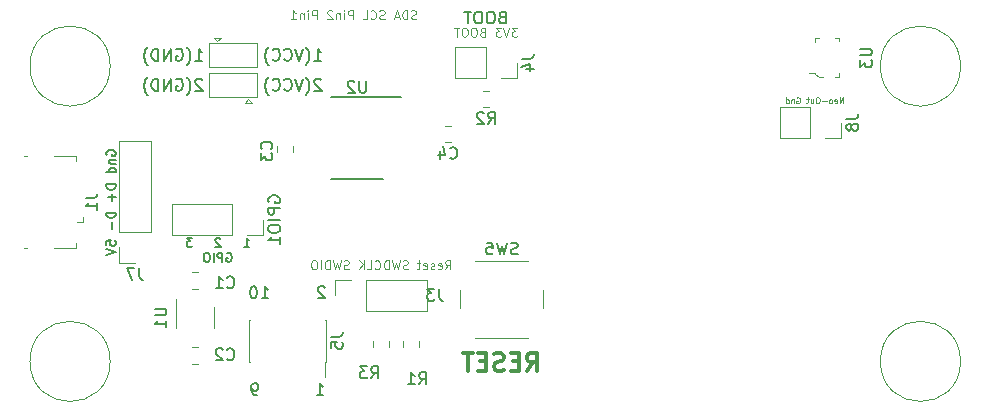
<source format=gbr>
G04 #@! TF.GenerationSoftware,KiCad,Pcbnew,(5.1.5)-3*
G04 #@! TF.CreationDate,2020-06-28T21:27:22-04:00*
G04 #@! TF.ProjectId,V0_Display,56305f44-6973-4706-9c61-792e6b696361,rev?*
G04 #@! TF.SameCoordinates,Original*
G04 #@! TF.FileFunction,Legend,Bot*
G04 #@! TF.FilePolarity,Positive*
%FSLAX46Y46*%
G04 Gerber Fmt 4.6, Leading zero omitted, Abs format (unit mm)*
G04 Created by KiCad (PCBNEW (5.1.5)-3) date 2020-06-28 21:27:22*
%MOMM*%
%LPD*%
G04 APERTURE LIST*
%ADD10C,0.100000*%
%ADD11C,0.150000*%
%ADD12C,0.120000*%
%ADD13C,0.300000*%
G04 APERTURE END LIST*
D10*
X154621666Y-58791190D02*
X154621666Y-58291190D01*
X154335952Y-58791190D01*
X154335952Y-58291190D01*
X153907380Y-58767380D02*
X153955000Y-58791190D01*
X154050238Y-58791190D01*
X154097857Y-58767380D01*
X154121666Y-58719761D01*
X154121666Y-58529285D01*
X154097857Y-58481666D01*
X154050238Y-58457857D01*
X153955000Y-58457857D01*
X153907380Y-58481666D01*
X153883571Y-58529285D01*
X153883571Y-58576904D01*
X154121666Y-58624523D01*
X153597857Y-58791190D02*
X153645476Y-58767380D01*
X153669285Y-58743571D01*
X153693095Y-58695952D01*
X153693095Y-58553095D01*
X153669285Y-58505476D01*
X153645476Y-58481666D01*
X153597857Y-58457857D01*
X153526428Y-58457857D01*
X153478809Y-58481666D01*
X153455000Y-58505476D01*
X153431190Y-58553095D01*
X153431190Y-58695952D01*
X153455000Y-58743571D01*
X153478809Y-58767380D01*
X153526428Y-58791190D01*
X153597857Y-58791190D01*
X153216904Y-58600714D02*
X152835952Y-58600714D01*
X152502619Y-58291190D02*
X152407380Y-58291190D01*
X152359761Y-58315000D01*
X152312142Y-58362619D01*
X152288333Y-58457857D01*
X152288333Y-58624523D01*
X152312142Y-58719761D01*
X152359761Y-58767380D01*
X152407380Y-58791190D01*
X152502619Y-58791190D01*
X152550238Y-58767380D01*
X152597857Y-58719761D01*
X152621666Y-58624523D01*
X152621666Y-58457857D01*
X152597857Y-58362619D01*
X152550238Y-58315000D01*
X152502619Y-58291190D01*
X151859761Y-58457857D02*
X151859761Y-58791190D01*
X152074047Y-58457857D02*
X152074047Y-58719761D01*
X152050238Y-58767380D01*
X152002619Y-58791190D01*
X151931190Y-58791190D01*
X151883571Y-58767380D01*
X151859761Y-58743571D01*
X151693095Y-58457857D02*
X151502619Y-58457857D01*
X151621666Y-58291190D02*
X151621666Y-58719761D01*
X151597857Y-58767380D01*
X151550238Y-58791190D01*
X151502619Y-58791190D01*
X150693095Y-58315000D02*
X150740714Y-58291190D01*
X150812142Y-58291190D01*
X150883571Y-58315000D01*
X150931190Y-58362619D01*
X150955000Y-58410238D01*
X150978809Y-58505476D01*
X150978809Y-58576904D01*
X150955000Y-58672142D01*
X150931190Y-58719761D01*
X150883571Y-58767380D01*
X150812142Y-58791190D01*
X150764523Y-58791190D01*
X150693095Y-58767380D01*
X150669285Y-58743571D01*
X150669285Y-58576904D01*
X150764523Y-58576904D01*
X150455000Y-58457857D02*
X150455000Y-58791190D01*
X150455000Y-58505476D02*
X150431190Y-58481666D01*
X150383571Y-58457857D01*
X150312142Y-58457857D01*
X150264523Y-58481666D01*
X150240714Y-58529285D01*
X150240714Y-58791190D01*
X149788333Y-58791190D02*
X149788333Y-58291190D01*
X149788333Y-58767380D02*
X149835952Y-58791190D01*
X149931190Y-58791190D01*
X149978809Y-58767380D01*
X150002619Y-58743571D01*
X150026428Y-58695952D01*
X150026428Y-58553095D01*
X150002619Y-58505476D01*
X149978809Y-58481666D01*
X149931190Y-58457857D01*
X149835952Y-58457857D01*
X149788333Y-58481666D01*
D11*
X110410952Y-56817619D02*
X110363333Y-56770000D01*
X110268095Y-56722380D01*
X110030000Y-56722380D01*
X109934761Y-56770000D01*
X109887142Y-56817619D01*
X109839523Y-56912857D01*
X109839523Y-57008095D01*
X109887142Y-57150952D01*
X110458571Y-57722380D01*
X109839523Y-57722380D01*
X109125238Y-58103333D02*
X109172857Y-58055714D01*
X109268095Y-57912857D01*
X109315714Y-57817619D01*
X109363333Y-57674761D01*
X109410952Y-57436666D01*
X109410952Y-57246190D01*
X109363333Y-57008095D01*
X109315714Y-56865238D01*
X109268095Y-56770000D01*
X109172857Y-56627142D01*
X109125238Y-56579523D01*
X108887142Y-56722380D02*
X108553809Y-57722380D01*
X108220476Y-56722380D01*
X107315714Y-57627142D02*
X107363333Y-57674761D01*
X107506190Y-57722380D01*
X107601428Y-57722380D01*
X107744285Y-57674761D01*
X107839523Y-57579523D01*
X107887142Y-57484285D01*
X107934761Y-57293809D01*
X107934761Y-57150952D01*
X107887142Y-56960476D01*
X107839523Y-56865238D01*
X107744285Y-56770000D01*
X107601428Y-56722380D01*
X107506190Y-56722380D01*
X107363333Y-56770000D01*
X107315714Y-56817619D01*
X106315714Y-57627142D02*
X106363333Y-57674761D01*
X106506190Y-57722380D01*
X106601428Y-57722380D01*
X106744285Y-57674761D01*
X106839523Y-57579523D01*
X106887142Y-57484285D01*
X106934761Y-57293809D01*
X106934761Y-57150952D01*
X106887142Y-56960476D01*
X106839523Y-56865238D01*
X106744285Y-56770000D01*
X106601428Y-56722380D01*
X106506190Y-56722380D01*
X106363333Y-56770000D01*
X106315714Y-56817619D01*
X105982380Y-58103333D02*
X105934761Y-58055714D01*
X105839523Y-57912857D01*
X105791904Y-57817619D01*
X105744285Y-57674761D01*
X105696666Y-57436666D01*
X105696666Y-57246190D01*
X105744285Y-57008095D01*
X105791904Y-56865238D01*
X105839523Y-56770000D01*
X105934761Y-56627142D01*
X105982380Y-56579523D01*
X109839523Y-55182380D02*
X110410952Y-55182380D01*
X110125238Y-55182380D02*
X110125238Y-54182380D01*
X110220476Y-54325238D01*
X110315714Y-54420476D01*
X110410952Y-54468095D01*
X109125238Y-55563333D02*
X109172857Y-55515714D01*
X109268095Y-55372857D01*
X109315714Y-55277619D01*
X109363333Y-55134761D01*
X109410952Y-54896666D01*
X109410952Y-54706190D01*
X109363333Y-54468095D01*
X109315714Y-54325238D01*
X109268095Y-54230000D01*
X109172857Y-54087142D01*
X109125238Y-54039523D01*
X108887142Y-54182380D02*
X108553809Y-55182380D01*
X108220476Y-54182380D01*
X107315714Y-55087142D02*
X107363333Y-55134761D01*
X107506190Y-55182380D01*
X107601428Y-55182380D01*
X107744285Y-55134761D01*
X107839523Y-55039523D01*
X107887142Y-54944285D01*
X107934761Y-54753809D01*
X107934761Y-54610952D01*
X107887142Y-54420476D01*
X107839523Y-54325238D01*
X107744285Y-54230000D01*
X107601428Y-54182380D01*
X107506190Y-54182380D01*
X107363333Y-54230000D01*
X107315714Y-54277619D01*
X106315714Y-55087142D02*
X106363333Y-55134761D01*
X106506190Y-55182380D01*
X106601428Y-55182380D01*
X106744285Y-55134761D01*
X106839523Y-55039523D01*
X106887142Y-54944285D01*
X106934761Y-54753809D01*
X106934761Y-54610952D01*
X106887142Y-54420476D01*
X106839523Y-54325238D01*
X106744285Y-54230000D01*
X106601428Y-54182380D01*
X106506190Y-54182380D01*
X106363333Y-54230000D01*
X106315714Y-54277619D01*
X105982380Y-55563333D02*
X105934761Y-55515714D01*
X105839523Y-55372857D01*
X105791904Y-55277619D01*
X105744285Y-55134761D01*
X105696666Y-54896666D01*
X105696666Y-54706190D01*
X105744285Y-54468095D01*
X105791904Y-54325238D01*
X105839523Y-54230000D01*
X105934761Y-54087142D01*
X105982380Y-54039523D01*
X100346190Y-56817619D02*
X100298571Y-56770000D01*
X100203333Y-56722380D01*
X99965238Y-56722380D01*
X99870000Y-56770000D01*
X99822380Y-56817619D01*
X99774761Y-56912857D01*
X99774761Y-57008095D01*
X99822380Y-57150952D01*
X100393809Y-57722380D01*
X99774761Y-57722380D01*
X99060476Y-58103333D02*
X99108095Y-58055714D01*
X99203333Y-57912857D01*
X99250952Y-57817619D01*
X99298571Y-57674761D01*
X99346190Y-57436666D01*
X99346190Y-57246190D01*
X99298571Y-57008095D01*
X99250952Y-56865238D01*
X99203333Y-56770000D01*
X99108095Y-56627142D01*
X99060476Y-56579523D01*
X98155714Y-56770000D02*
X98250952Y-56722380D01*
X98393809Y-56722380D01*
X98536666Y-56770000D01*
X98631904Y-56865238D01*
X98679523Y-56960476D01*
X98727142Y-57150952D01*
X98727142Y-57293809D01*
X98679523Y-57484285D01*
X98631904Y-57579523D01*
X98536666Y-57674761D01*
X98393809Y-57722380D01*
X98298571Y-57722380D01*
X98155714Y-57674761D01*
X98108095Y-57627142D01*
X98108095Y-57293809D01*
X98298571Y-57293809D01*
X97679523Y-57722380D02*
X97679523Y-56722380D01*
X97108095Y-57722380D01*
X97108095Y-56722380D01*
X96631904Y-57722380D02*
X96631904Y-56722380D01*
X96393809Y-56722380D01*
X96250952Y-56770000D01*
X96155714Y-56865238D01*
X96108095Y-56960476D01*
X96060476Y-57150952D01*
X96060476Y-57293809D01*
X96108095Y-57484285D01*
X96155714Y-57579523D01*
X96250952Y-57674761D01*
X96393809Y-57722380D01*
X96631904Y-57722380D01*
X95727142Y-58103333D02*
X95679523Y-58055714D01*
X95584285Y-57912857D01*
X95536666Y-57817619D01*
X95489047Y-57674761D01*
X95441428Y-57436666D01*
X95441428Y-57246190D01*
X95489047Y-57008095D01*
X95536666Y-56865238D01*
X95584285Y-56770000D01*
X95679523Y-56627142D01*
X95727142Y-56579523D01*
X99774761Y-55182380D02*
X100346190Y-55182380D01*
X100060476Y-55182380D02*
X100060476Y-54182380D01*
X100155714Y-54325238D01*
X100250952Y-54420476D01*
X100346190Y-54468095D01*
X99060476Y-55563333D02*
X99108095Y-55515714D01*
X99203333Y-55372857D01*
X99250952Y-55277619D01*
X99298571Y-55134761D01*
X99346190Y-54896666D01*
X99346190Y-54706190D01*
X99298571Y-54468095D01*
X99250952Y-54325238D01*
X99203333Y-54230000D01*
X99108095Y-54087142D01*
X99060476Y-54039523D01*
X98155714Y-54230000D02*
X98250952Y-54182380D01*
X98393809Y-54182380D01*
X98536666Y-54230000D01*
X98631904Y-54325238D01*
X98679523Y-54420476D01*
X98727142Y-54610952D01*
X98727142Y-54753809D01*
X98679523Y-54944285D01*
X98631904Y-55039523D01*
X98536666Y-55134761D01*
X98393809Y-55182380D01*
X98298571Y-55182380D01*
X98155714Y-55134761D01*
X98108095Y-55087142D01*
X98108095Y-54753809D01*
X98298571Y-54753809D01*
X97679523Y-55182380D02*
X97679523Y-54182380D01*
X97108095Y-55182380D01*
X97108095Y-54182380D01*
X96631904Y-55182380D02*
X96631904Y-54182380D01*
X96393809Y-54182380D01*
X96250952Y-54230000D01*
X96155714Y-54325238D01*
X96108095Y-54420476D01*
X96060476Y-54610952D01*
X96060476Y-54753809D01*
X96108095Y-54944285D01*
X96155714Y-55039523D01*
X96250952Y-55134761D01*
X96393809Y-55182380D01*
X96631904Y-55182380D01*
X95727142Y-55563333D02*
X95679523Y-55515714D01*
X95584285Y-55372857D01*
X95536666Y-55277619D01*
X95489047Y-55134761D01*
X95441428Y-54896666D01*
X95441428Y-54706190D01*
X95489047Y-54468095D01*
X95536666Y-54325238D01*
X95584285Y-54230000D01*
X95679523Y-54087142D01*
X95727142Y-54039523D01*
X103894285Y-70941785D02*
X104322857Y-70941785D01*
X104108571Y-70941785D02*
X104108571Y-70191785D01*
X104180000Y-70298928D01*
X104251428Y-70370357D01*
X104322857Y-70406071D01*
X101894285Y-70263214D02*
X101858571Y-70227500D01*
X101787142Y-70191785D01*
X101608571Y-70191785D01*
X101537142Y-70227500D01*
X101501428Y-70263214D01*
X101465714Y-70334642D01*
X101465714Y-70406071D01*
X101501428Y-70513214D01*
X101930000Y-70941785D01*
X101465714Y-70941785D01*
X99501428Y-70191785D02*
X99037142Y-70191785D01*
X99287142Y-70477500D01*
X99180000Y-70477500D01*
X99108571Y-70513214D01*
X99072857Y-70548928D01*
X99037142Y-70620357D01*
X99037142Y-70798928D01*
X99072857Y-70870357D01*
X99108571Y-70906071D01*
X99180000Y-70941785D01*
X99394285Y-70941785D01*
X99465714Y-70906071D01*
X99501428Y-70870357D01*
X102430000Y-71502500D02*
X102501428Y-71466785D01*
X102608571Y-71466785D01*
X102715714Y-71502500D01*
X102787142Y-71573928D01*
X102822857Y-71645357D01*
X102858571Y-71788214D01*
X102858571Y-71895357D01*
X102822857Y-72038214D01*
X102787142Y-72109642D01*
X102715714Y-72181071D01*
X102608571Y-72216785D01*
X102537142Y-72216785D01*
X102430000Y-72181071D01*
X102394285Y-72145357D01*
X102394285Y-71895357D01*
X102537142Y-71895357D01*
X102072857Y-72216785D02*
X102072857Y-71466785D01*
X101787142Y-71466785D01*
X101715714Y-71502500D01*
X101680000Y-71538214D01*
X101644285Y-71609642D01*
X101644285Y-71716785D01*
X101680000Y-71788214D01*
X101715714Y-71823928D01*
X101787142Y-71859642D01*
X102072857Y-71859642D01*
X101322857Y-72216785D02*
X101322857Y-71466785D01*
X100822857Y-71466785D02*
X100680000Y-71466785D01*
X100608571Y-71502500D01*
X100537142Y-71573928D01*
X100501428Y-71716785D01*
X100501428Y-71966785D01*
X100537142Y-72109642D01*
X100608571Y-72181071D01*
X100680000Y-72216785D01*
X100822857Y-72216785D01*
X100894285Y-72181071D01*
X100965714Y-72109642D01*
X101001428Y-71966785D01*
X101001428Y-71716785D01*
X100965714Y-71573928D01*
X100894285Y-71502500D01*
X100822857Y-71466785D01*
X92270000Y-63207142D02*
X92231904Y-63130952D01*
X92231904Y-63016666D01*
X92270000Y-62902380D01*
X92346190Y-62826190D01*
X92422380Y-62788095D01*
X92574761Y-62750000D01*
X92689047Y-62750000D01*
X92841428Y-62788095D01*
X92917619Y-62826190D01*
X92993809Y-62902380D01*
X93031904Y-63016666D01*
X93031904Y-63092857D01*
X92993809Y-63207142D01*
X92955714Y-63245238D01*
X92689047Y-63245238D01*
X92689047Y-63092857D01*
X92498571Y-63588095D02*
X93031904Y-63588095D01*
X92574761Y-63588095D02*
X92536666Y-63626190D01*
X92498571Y-63702380D01*
X92498571Y-63816666D01*
X92536666Y-63892857D01*
X92612857Y-63930952D01*
X93031904Y-63930952D01*
X93031904Y-64654761D02*
X92231904Y-64654761D01*
X92993809Y-64654761D02*
X93031904Y-64578571D01*
X93031904Y-64426190D01*
X92993809Y-64350000D01*
X92955714Y-64311904D01*
X92879523Y-64273809D01*
X92650952Y-64273809D01*
X92574761Y-64311904D01*
X92536666Y-64350000D01*
X92498571Y-64426190D01*
X92498571Y-64578571D01*
X92536666Y-64654761D01*
X93031904Y-65645238D02*
X92231904Y-65645238D01*
X92231904Y-65835714D01*
X92270000Y-65950000D01*
X92346190Y-66026190D01*
X92422380Y-66064285D01*
X92574761Y-66102380D01*
X92689047Y-66102380D01*
X92841428Y-66064285D01*
X92917619Y-66026190D01*
X92993809Y-65950000D01*
X93031904Y-65835714D01*
X93031904Y-65645238D01*
X92727142Y-66445238D02*
X92727142Y-67054761D01*
X93031904Y-66750000D02*
X92422380Y-66750000D01*
X93031904Y-68045238D02*
X92231904Y-68045238D01*
X92231904Y-68235714D01*
X92270000Y-68350000D01*
X92346190Y-68426190D01*
X92422380Y-68464285D01*
X92574761Y-68502380D01*
X92689047Y-68502380D01*
X92841428Y-68464285D01*
X92917619Y-68426190D01*
X92993809Y-68350000D01*
X93031904Y-68235714D01*
X93031904Y-68045238D01*
X92727142Y-68845238D02*
X92727142Y-69454761D01*
X92231904Y-70826190D02*
X92231904Y-70445238D01*
X92612857Y-70407142D01*
X92574761Y-70445238D01*
X92536666Y-70521428D01*
X92536666Y-70711904D01*
X92574761Y-70788095D01*
X92612857Y-70826190D01*
X92689047Y-70864285D01*
X92879523Y-70864285D01*
X92955714Y-70826190D01*
X92993809Y-70788095D01*
X93031904Y-70711904D01*
X93031904Y-70521428D01*
X92993809Y-70445238D01*
X92955714Y-70407142D01*
X92231904Y-71092857D02*
X93031904Y-71359523D01*
X92231904Y-71626190D01*
D12*
X164564113Y-55650000D02*
G75*
G03X164564113Y-55650000I-3394113J0D01*
G01*
X164564113Y-80650000D02*
G75*
G03X164564113Y-80650000I-3394113J0D01*
G01*
X92564113Y-80650000D02*
G75*
G03X92564113Y-80650000I-3394113J0D01*
G01*
X92564113Y-55650000D02*
G75*
G03X92564113Y-55650000I-3394113J0D01*
G01*
D11*
X110712857Y-74397619D02*
X110665238Y-74350000D01*
X110570000Y-74302380D01*
X110331904Y-74302380D01*
X110236666Y-74350000D01*
X110189047Y-74397619D01*
X110141428Y-74492857D01*
X110141428Y-74588095D01*
X110189047Y-74730952D01*
X110760476Y-75302380D01*
X110141428Y-75302380D01*
X105379523Y-75302380D02*
X105950952Y-75302380D01*
X105665238Y-75302380D02*
X105665238Y-74302380D01*
X105760476Y-74445238D01*
X105855714Y-74540476D01*
X105950952Y-74588095D01*
X104760476Y-74302380D02*
X104665238Y-74302380D01*
X104570000Y-74350000D01*
X104522380Y-74397619D01*
X104474761Y-74492857D01*
X104427142Y-74683333D01*
X104427142Y-74921428D01*
X104474761Y-75111904D01*
X104522380Y-75207142D01*
X104570000Y-75254761D01*
X104665238Y-75302380D01*
X104760476Y-75302380D01*
X104855714Y-75254761D01*
X104903333Y-75207142D01*
X104950952Y-75111904D01*
X104998571Y-74921428D01*
X104998571Y-74683333D01*
X104950952Y-74492857D01*
X104903333Y-74397619D01*
X104855714Y-74350000D01*
X104760476Y-74302380D01*
X110046190Y-83502380D02*
X110617619Y-83502380D01*
X110331904Y-83502380D02*
X110331904Y-82502380D01*
X110427142Y-82645238D01*
X110522380Y-82740476D01*
X110617619Y-82788095D01*
X104998571Y-83502380D02*
X104808095Y-83502380D01*
X104712857Y-83454761D01*
X104665238Y-83407142D01*
X104570000Y-83264285D01*
X104522380Y-83073809D01*
X104522380Y-82692857D01*
X104570000Y-82597619D01*
X104617619Y-82550000D01*
X104712857Y-82502380D01*
X104903333Y-82502380D01*
X104998571Y-82550000D01*
X105046190Y-82597619D01*
X105093809Y-82692857D01*
X105093809Y-82930952D01*
X105046190Y-83026190D01*
X104998571Y-83073809D01*
X104903333Y-83121428D01*
X104712857Y-83121428D01*
X104617619Y-83073809D01*
X104570000Y-83026190D01*
X104522380Y-82930952D01*
D10*
X118473571Y-51651571D02*
X118366428Y-51687285D01*
X118187857Y-51687285D01*
X118116428Y-51651571D01*
X118080714Y-51615857D01*
X118045000Y-51544428D01*
X118045000Y-51473000D01*
X118080714Y-51401571D01*
X118116428Y-51365857D01*
X118187857Y-51330142D01*
X118330714Y-51294428D01*
X118402142Y-51258714D01*
X118437857Y-51223000D01*
X118473571Y-51151571D01*
X118473571Y-51080142D01*
X118437857Y-51008714D01*
X118402142Y-50973000D01*
X118330714Y-50937285D01*
X118152142Y-50937285D01*
X118045000Y-50973000D01*
X117723571Y-51687285D02*
X117723571Y-50937285D01*
X117545000Y-50937285D01*
X117437857Y-50973000D01*
X117366428Y-51044428D01*
X117330714Y-51115857D01*
X117295000Y-51258714D01*
X117295000Y-51365857D01*
X117330714Y-51508714D01*
X117366428Y-51580142D01*
X117437857Y-51651571D01*
X117545000Y-51687285D01*
X117723571Y-51687285D01*
X117009285Y-51473000D02*
X116652142Y-51473000D01*
X117080714Y-51687285D02*
X116830714Y-50937285D01*
X116580714Y-51687285D01*
X115795000Y-51651571D02*
X115687857Y-51687285D01*
X115509285Y-51687285D01*
X115437857Y-51651571D01*
X115402142Y-51615857D01*
X115366428Y-51544428D01*
X115366428Y-51473000D01*
X115402142Y-51401571D01*
X115437857Y-51365857D01*
X115509285Y-51330142D01*
X115652142Y-51294428D01*
X115723571Y-51258714D01*
X115759285Y-51223000D01*
X115795000Y-51151571D01*
X115795000Y-51080142D01*
X115759285Y-51008714D01*
X115723571Y-50973000D01*
X115652142Y-50937285D01*
X115473571Y-50937285D01*
X115366428Y-50973000D01*
X114616428Y-51615857D02*
X114652142Y-51651571D01*
X114759285Y-51687285D01*
X114830714Y-51687285D01*
X114937857Y-51651571D01*
X115009285Y-51580142D01*
X115045000Y-51508714D01*
X115080714Y-51365857D01*
X115080714Y-51258714D01*
X115045000Y-51115857D01*
X115009285Y-51044428D01*
X114937857Y-50973000D01*
X114830714Y-50937285D01*
X114759285Y-50937285D01*
X114652142Y-50973000D01*
X114616428Y-51008714D01*
X113937857Y-51687285D02*
X114295000Y-51687285D01*
X114295000Y-50937285D01*
X113116428Y-51687285D02*
X113116428Y-50937285D01*
X112830714Y-50937285D01*
X112759285Y-50973000D01*
X112723571Y-51008714D01*
X112687857Y-51080142D01*
X112687857Y-51187285D01*
X112723571Y-51258714D01*
X112759285Y-51294428D01*
X112830714Y-51330142D01*
X113116428Y-51330142D01*
X112366428Y-51687285D02*
X112366428Y-51187285D01*
X112366428Y-50937285D02*
X112402142Y-50973000D01*
X112366428Y-51008714D01*
X112330714Y-50973000D01*
X112366428Y-50937285D01*
X112366428Y-51008714D01*
X112009285Y-51187285D02*
X112009285Y-51687285D01*
X112009285Y-51258714D02*
X111973571Y-51223000D01*
X111902142Y-51187285D01*
X111795000Y-51187285D01*
X111723571Y-51223000D01*
X111687857Y-51294428D01*
X111687857Y-51687285D01*
X111366428Y-51008714D02*
X111330714Y-50973000D01*
X111259285Y-50937285D01*
X111080714Y-50937285D01*
X111009285Y-50973000D01*
X110973571Y-51008714D01*
X110937857Y-51080142D01*
X110937857Y-51151571D01*
X110973571Y-51258714D01*
X111402142Y-51687285D01*
X110937857Y-51687285D01*
X110045000Y-51687285D02*
X110045000Y-50937285D01*
X109759285Y-50937285D01*
X109687857Y-50973000D01*
X109652142Y-51008714D01*
X109616428Y-51080142D01*
X109616428Y-51187285D01*
X109652142Y-51258714D01*
X109687857Y-51294428D01*
X109759285Y-51330142D01*
X110045000Y-51330142D01*
X109295000Y-51687285D02*
X109295000Y-51187285D01*
X109295000Y-50937285D02*
X109330714Y-50973000D01*
X109295000Y-51008714D01*
X109259285Y-50973000D01*
X109295000Y-50937285D01*
X109295000Y-51008714D01*
X108937857Y-51187285D02*
X108937857Y-51687285D01*
X108937857Y-51258714D02*
X108902142Y-51223000D01*
X108830714Y-51187285D01*
X108723571Y-51187285D01*
X108652142Y-51223000D01*
X108616428Y-51294428D01*
X108616428Y-51687285D01*
X107866428Y-51687285D02*
X108295000Y-51687285D01*
X108080714Y-51687285D02*
X108080714Y-50937285D01*
X108152142Y-51044428D01*
X108223571Y-51115857D01*
X108295000Y-51151571D01*
D13*
X127828571Y-81443571D02*
X128328571Y-80729285D01*
X128685714Y-81443571D02*
X128685714Y-79943571D01*
X128114285Y-79943571D01*
X127971428Y-80015000D01*
X127900000Y-80086428D01*
X127828571Y-80229285D01*
X127828571Y-80443571D01*
X127900000Y-80586428D01*
X127971428Y-80657857D01*
X128114285Y-80729285D01*
X128685714Y-80729285D01*
X127185714Y-80657857D02*
X126685714Y-80657857D01*
X126471428Y-81443571D02*
X127185714Y-81443571D01*
X127185714Y-79943571D01*
X126471428Y-79943571D01*
X125900000Y-81372142D02*
X125685714Y-81443571D01*
X125328571Y-81443571D01*
X125185714Y-81372142D01*
X125114285Y-81300714D01*
X125042857Y-81157857D01*
X125042857Y-81015000D01*
X125114285Y-80872142D01*
X125185714Y-80800714D01*
X125328571Y-80729285D01*
X125614285Y-80657857D01*
X125757142Y-80586428D01*
X125828571Y-80515000D01*
X125900000Y-80372142D01*
X125900000Y-80229285D01*
X125828571Y-80086428D01*
X125757142Y-80015000D01*
X125614285Y-79943571D01*
X125257142Y-79943571D01*
X125042857Y-80015000D01*
X124400000Y-80657857D02*
X123900000Y-80657857D01*
X123685714Y-81443571D02*
X124400000Y-81443571D01*
X124400000Y-79943571D01*
X123685714Y-79943571D01*
X123257142Y-79943571D02*
X122400000Y-79943571D01*
X122828571Y-81443571D02*
X122828571Y-79943571D01*
D11*
X125737142Y-51508571D02*
X125594285Y-51556190D01*
X125546666Y-51603809D01*
X125499047Y-51699047D01*
X125499047Y-51841904D01*
X125546666Y-51937142D01*
X125594285Y-51984761D01*
X125689523Y-52032380D01*
X126070476Y-52032380D01*
X126070476Y-51032380D01*
X125737142Y-51032380D01*
X125641904Y-51080000D01*
X125594285Y-51127619D01*
X125546666Y-51222857D01*
X125546666Y-51318095D01*
X125594285Y-51413333D01*
X125641904Y-51460952D01*
X125737142Y-51508571D01*
X126070476Y-51508571D01*
X124880000Y-51032380D02*
X124689523Y-51032380D01*
X124594285Y-51080000D01*
X124499047Y-51175238D01*
X124451428Y-51365714D01*
X124451428Y-51699047D01*
X124499047Y-51889523D01*
X124594285Y-51984761D01*
X124689523Y-52032380D01*
X124880000Y-52032380D01*
X124975238Y-51984761D01*
X125070476Y-51889523D01*
X125118095Y-51699047D01*
X125118095Y-51365714D01*
X125070476Y-51175238D01*
X124975238Y-51080000D01*
X124880000Y-51032380D01*
X123832380Y-51032380D02*
X123641904Y-51032380D01*
X123546666Y-51080000D01*
X123451428Y-51175238D01*
X123403809Y-51365714D01*
X123403809Y-51699047D01*
X123451428Y-51889523D01*
X123546666Y-51984761D01*
X123641904Y-52032380D01*
X123832380Y-52032380D01*
X123927619Y-51984761D01*
X124022857Y-51889523D01*
X124070476Y-51699047D01*
X124070476Y-51365714D01*
X124022857Y-51175238D01*
X123927619Y-51080000D01*
X123832380Y-51032380D01*
X123118095Y-51032380D02*
X122546666Y-51032380D01*
X122832380Y-52032380D02*
X122832380Y-51032380D01*
D10*
X127040714Y-52414285D02*
X126576428Y-52414285D01*
X126826428Y-52700000D01*
X126719285Y-52700000D01*
X126647857Y-52735714D01*
X126612142Y-52771428D01*
X126576428Y-52842857D01*
X126576428Y-53021428D01*
X126612142Y-53092857D01*
X126647857Y-53128571D01*
X126719285Y-53164285D01*
X126933571Y-53164285D01*
X127005000Y-53128571D01*
X127040714Y-53092857D01*
X126362142Y-52414285D02*
X126112142Y-53164285D01*
X125862142Y-52414285D01*
X125683571Y-52414285D02*
X125219285Y-52414285D01*
X125469285Y-52700000D01*
X125362142Y-52700000D01*
X125290714Y-52735714D01*
X125255000Y-52771428D01*
X125219285Y-52842857D01*
X125219285Y-53021428D01*
X125255000Y-53092857D01*
X125290714Y-53128571D01*
X125362142Y-53164285D01*
X125576428Y-53164285D01*
X125647857Y-53128571D01*
X125683571Y-53092857D01*
X124076428Y-52771428D02*
X123969285Y-52807142D01*
X123933571Y-52842857D01*
X123897857Y-52914285D01*
X123897857Y-53021428D01*
X123933571Y-53092857D01*
X123969285Y-53128571D01*
X124040714Y-53164285D01*
X124326428Y-53164285D01*
X124326428Y-52414285D01*
X124076428Y-52414285D01*
X124005000Y-52450000D01*
X123969285Y-52485714D01*
X123933571Y-52557142D01*
X123933571Y-52628571D01*
X123969285Y-52700000D01*
X124005000Y-52735714D01*
X124076428Y-52771428D01*
X124326428Y-52771428D01*
X123433571Y-52414285D02*
X123290714Y-52414285D01*
X123219285Y-52450000D01*
X123147857Y-52521428D01*
X123112142Y-52664285D01*
X123112142Y-52914285D01*
X123147857Y-53057142D01*
X123219285Y-53128571D01*
X123290714Y-53164285D01*
X123433571Y-53164285D01*
X123505000Y-53128571D01*
X123576428Y-53057142D01*
X123612142Y-52914285D01*
X123612142Y-52664285D01*
X123576428Y-52521428D01*
X123505000Y-52450000D01*
X123433571Y-52414285D01*
X122647857Y-52414285D02*
X122505000Y-52414285D01*
X122433571Y-52450000D01*
X122362142Y-52521428D01*
X122326428Y-52664285D01*
X122326428Y-52914285D01*
X122362142Y-53057142D01*
X122433571Y-53128571D01*
X122505000Y-53164285D01*
X122647857Y-53164285D01*
X122719285Y-53128571D01*
X122790714Y-53057142D01*
X122826428Y-52914285D01*
X122826428Y-52664285D01*
X122790714Y-52521428D01*
X122719285Y-52450000D01*
X122647857Y-52414285D01*
X122112142Y-52414285D02*
X121683571Y-52414285D01*
X121897857Y-53164285D02*
X121897857Y-52414285D01*
X120936428Y-72849285D02*
X121186428Y-72492142D01*
X121365000Y-72849285D02*
X121365000Y-72099285D01*
X121079285Y-72099285D01*
X121007857Y-72135000D01*
X120972142Y-72170714D01*
X120936428Y-72242142D01*
X120936428Y-72349285D01*
X120972142Y-72420714D01*
X121007857Y-72456428D01*
X121079285Y-72492142D01*
X121365000Y-72492142D01*
X120329285Y-72813571D02*
X120400714Y-72849285D01*
X120543571Y-72849285D01*
X120615000Y-72813571D01*
X120650714Y-72742142D01*
X120650714Y-72456428D01*
X120615000Y-72385000D01*
X120543571Y-72349285D01*
X120400714Y-72349285D01*
X120329285Y-72385000D01*
X120293571Y-72456428D01*
X120293571Y-72527857D01*
X120650714Y-72599285D01*
X120007857Y-72813571D02*
X119936428Y-72849285D01*
X119793571Y-72849285D01*
X119722142Y-72813571D01*
X119686428Y-72742142D01*
X119686428Y-72706428D01*
X119722142Y-72635000D01*
X119793571Y-72599285D01*
X119900714Y-72599285D01*
X119972142Y-72563571D01*
X120007857Y-72492142D01*
X120007857Y-72456428D01*
X119972142Y-72385000D01*
X119900714Y-72349285D01*
X119793571Y-72349285D01*
X119722142Y-72385000D01*
X119079285Y-72813571D02*
X119150714Y-72849285D01*
X119293571Y-72849285D01*
X119365000Y-72813571D01*
X119400714Y-72742142D01*
X119400714Y-72456428D01*
X119365000Y-72385000D01*
X119293571Y-72349285D01*
X119150714Y-72349285D01*
X119079285Y-72385000D01*
X119043571Y-72456428D01*
X119043571Y-72527857D01*
X119400714Y-72599285D01*
X118829285Y-72349285D02*
X118543571Y-72349285D01*
X118722142Y-72099285D02*
X118722142Y-72742142D01*
X118686428Y-72813571D01*
X118615000Y-72849285D01*
X118543571Y-72849285D01*
X117757857Y-72813571D02*
X117650714Y-72849285D01*
X117472142Y-72849285D01*
X117400714Y-72813571D01*
X117365000Y-72777857D01*
X117329285Y-72706428D01*
X117329285Y-72635000D01*
X117365000Y-72563571D01*
X117400714Y-72527857D01*
X117472142Y-72492142D01*
X117615000Y-72456428D01*
X117686428Y-72420714D01*
X117722142Y-72385000D01*
X117757857Y-72313571D01*
X117757857Y-72242142D01*
X117722142Y-72170714D01*
X117686428Y-72135000D01*
X117615000Y-72099285D01*
X117436428Y-72099285D01*
X117329285Y-72135000D01*
X117079285Y-72099285D02*
X116900714Y-72849285D01*
X116757857Y-72313571D01*
X116615000Y-72849285D01*
X116436428Y-72099285D01*
X116150714Y-72849285D02*
X116150714Y-72099285D01*
X115972142Y-72099285D01*
X115865000Y-72135000D01*
X115793571Y-72206428D01*
X115757857Y-72277857D01*
X115722142Y-72420714D01*
X115722142Y-72527857D01*
X115757857Y-72670714D01*
X115793571Y-72742142D01*
X115865000Y-72813571D01*
X115972142Y-72849285D01*
X116150714Y-72849285D01*
X114972142Y-72777857D02*
X115007857Y-72813571D01*
X115115000Y-72849285D01*
X115186428Y-72849285D01*
X115293571Y-72813571D01*
X115365000Y-72742142D01*
X115400714Y-72670714D01*
X115436428Y-72527857D01*
X115436428Y-72420714D01*
X115400714Y-72277857D01*
X115365000Y-72206428D01*
X115293571Y-72135000D01*
X115186428Y-72099285D01*
X115115000Y-72099285D01*
X115007857Y-72135000D01*
X114972142Y-72170714D01*
X114293571Y-72849285D02*
X114650714Y-72849285D01*
X114650714Y-72099285D01*
X114043571Y-72849285D02*
X114043571Y-72099285D01*
X113615000Y-72849285D02*
X113936428Y-72420714D01*
X113615000Y-72099285D02*
X114043571Y-72527857D01*
X112757857Y-72813571D02*
X112650714Y-72849285D01*
X112472142Y-72849285D01*
X112400714Y-72813571D01*
X112365000Y-72777857D01*
X112329285Y-72706428D01*
X112329285Y-72635000D01*
X112365000Y-72563571D01*
X112400714Y-72527857D01*
X112472142Y-72492142D01*
X112615000Y-72456428D01*
X112686428Y-72420714D01*
X112722142Y-72385000D01*
X112757857Y-72313571D01*
X112757857Y-72242142D01*
X112722142Y-72170714D01*
X112686428Y-72135000D01*
X112615000Y-72099285D01*
X112436428Y-72099285D01*
X112329285Y-72135000D01*
X112079285Y-72099285D02*
X111900714Y-72849285D01*
X111757857Y-72313571D01*
X111615000Y-72849285D01*
X111436428Y-72099285D01*
X111150714Y-72849285D02*
X111150714Y-72099285D01*
X110972142Y-72099285D01*
X110865000Y-72135000D01*
X110793571Y-72206428D01*
X110757857Y-72277857D01*
X110722142Y-72420714D01*
X110722142Y-72527857D01*
X110757857Y-72670714D01*
X110793571Y-72742142D01*
X110865000Y-72813571D01*
X110972142Y-72849285D01*
X111150714Y-72849285D01*
X110400714Y-72849285D02*
X110400714Y-72099285D01*
X109900714Y-72099285D02*
X109757857Y-72099285D01*
X109686428Y-72135000D01*
X109615000Y-72206428D01*
X109579285Y-72349285D01*
X109579285Y-72599285D01*
X109615000Y-72742142D01*
X109686428Y-72813571D01*
X109757857Y-72849285D01*
X109900714Y-72849285D01*
X109972142Y-72813571D01*
X110043571Y-72742142D01*
X110079285Y-72599285D01*
X110079285Y-72349285D01*
X110043571Y-72206428D01*
X109972142Y-72135000D01*
X109900714Y-72099285D01*
D12*
X104400000Y-77135000D02*
X104335000Y-77135000D01*
X104400000Y-80665000D02*
X104335000Y-80665000D01*
X110805000Y-77135000D02*
X110740000Y-77135000D01*
X110805000Y-80665000D02*
X110740000Y-80665000D01*
X110740000Y-81990000D02*
X110740000Y-80665000D01*
X104335000Y-80665000D02*
X104335000Y-77135000D01*
X110805000Y-80665000D02*
X110805000Y-77135000D01*
D10*
X152567000Y-56550000D02*
X152942000Y-56550000D01*
X152242000Y-56225000D02*
X151717000Y-56225000D01*
X152242000Y-56325000D02*
X152242000Y-56225000D01*
X152567000Y-56550000D02*
X152242000Y-56325000D01*
X154242000Y-53250000D02*
X153917000Y-53250000D01*
X154242000Y-53550000D02*
X154242000Y-53250000D01*
X152242000Y-53250000D02*
X152542000Y-53250000D01*
X152242000Y-53575000D02*
X152242000Y-53250000D01*
X154242000Y-56550000D02*
X153942000Y-56550000D01*
X154242000Y-56225000D02*
X154242000Y-56550000D01*
D11*
X117220000Y-58290000D02*
X111245000Y-58290000D01*
X115695000Y-65190000D02*
X111245000Y-65190000D01*
D12*
X98165000Y-77855000D02*
X98165000Y-75405000D01*
X101385000Y-76055000D02*
X101385000Y-77855000D01*
X122225000Y-76145000D02*
X122225000Y-74645000D01*
X123475000Y-72145000D02*
X127975000Y-72145000D01*
X129225000Y-74645000D02*
X129225000Y-76145000D01*
X127975000Y-78645000D02*
X123475000Y-78645000D01*
X114780000Y-79421078D02*
X114780000Y-78903922D01*
X116200000Y-79421078D02*
X116200000Y-78903922D01*
X124133422Y-57728000D02*
X124650578Y-57728000D01*
X124133422Y-59148000D02*
X124650578Y-59148000D01*
X117320000Y-79421078D02*
X117320000Y-78903922D01*
X118740000Y-79421078D02*
X118740000Y-78903922D01*
X100900000Y-55730000D02*
X105000000Y-55730000D01*
X105000000Y-55730000D02*
X105000000Y-53730000D01*
X105000000Y-53730000D02*
X100900000Y-53730000D01*
X100900000Y-53730000D02*
X100900000Y-55730000D01*
X101650000Y-53530000D02*
X101350000Y-53230000D01*
X101350000Y-53230000D02*
X101950000Y-53230000D01*
X101650000Y-53530000D02*
X101950000Y-53230000D01*
X105000000Y-56270000D02*
X100900000Y-56270000D01*
X100900000Y-56270000D02*
X100900000Y-58270000D01*
X100900000Y-58270000D02*
X105000000Y-58270000D01*
X105000000Y-58270000D02*
X105000000Y-56270000D01*
X104250000Y-58470000D02*
X104550000Y-58770000D01*
X104550000Y-58770000D02*
X103950000Y-58770000D01*
X104250000Y-58470000D02*
X103950000Y-58770000D01*
X154445000Y-61775000D02*
X154445000Y-60445000D01*
X153115000Y-61775000D02*
X154445000Y-61775000D01*
X151845000Y-61775000D02*
X151845000Y-59115000D01*
X151845000Y-59115000D02*
X149245000Y-59115000D01*
X151845000Y-61775000D02*
X149245000Y-61775000D01*
X149245000Y-61775000D02*
X149245000Y-59115000D01*
X93340000Y-72290000D02*
X94670000Y-72290000D01*
X93340000Y-70960000D02*
X93340000Y-72290000D01*
X93340000Y-69690000D02*
X96000000Y-69690000D01*
X96000000Y-69690000D02*
X96000000Y-62010000D01*
X93340000Y-69690000D02*
X93340000Y-62010000D01*
X93340000Y-62010000D02*
X96000000Y-62010000D01*
X126980000Y-56695000D02*
X126980000Y-55365000D01*
X125650000Y-56695000D02*
X126980000Y-56695000D01*
X124380000Y-56695000D02*
X124380000Y-54035000D01*
X124380000Y-54035000D02*
X121780000Y-54035000D01*
X124380000Y-56695000D02*
X121780000Y-56695000D01*
X121780000Y-56695000D02*
X121780000Y-54035000D01*
X111620000Y-73720000D02*
X111620000Y-75050000D01*
X112950000Y-73720000D02*
X111620000Y-73720000D01*
X114220000Y-73720000D02*
X114220000Y-76380000D01*
X114220000Y-76380000D02*
X119360000Y-76380000D01*
X114220000Y-73720000D02*
X119360000Y-73720000D01*
X119360000Y-73720000D02*
X119360000Y-76380000D01*
X90232500Y-68850000D02*
X89782500Y-68850000D01*
X90232500Y-68850000D02*
X90232500Y-68400000D01*
X89682500Y-63250000D02*
X89682500Y-63700000D01*
X87832500Y-63250000D02*
X89682500Y-63250000D01*
X85282500Y-71050000D02*
X85532500Y-71050000D01*
X85282500Y-63250000D02*
X85532500Y-63250000D01*
X87832500Y-71050000D02*
X89682500Y-71050000D01*
X89682500Y-71050000D02*
X89682500Y-70600000D01*
X105500000Y-69980000D02*
X105500000Y-68650000D01*
X104170000Y-69980000D02*
X105500000Y-69980000D01*
X102900000Y-69980000D02*
X102900000Y-67320000D01*
X102900000Y-67320000D02*
X97760000Y-67320000D01*
X102900000Y-69980000D02*
X97760000Y-69980000D01*
X97760000Y-69980000D02*
X97760000Y-67320000D01*
X120911422Y-60690000D02*
X121428578Y-60690000D01*
X120911422Y-62110000D02*
X121428578Y-62110000D01*
X106660000Y-62911078D02*
X106660000Y-62393922D01*
X108080000Y-62911078D02*
X108080000Y-62393922D01*
X99516422Y-79420000D02*
X100033578Y-79420000D01*
X99516422Y-80840000D02*
X100033578Y-80840000D01*
X99516422Y-73070000D02*
X100033578Y-73070000D01*
X99516422Y-74490000D02*
X100033578Y-74490000D01*
D11*
X111257380Y-78566666D02*
X111971666Y-78566666D01*
X112114523Y-78519047D01*
X112209761Y-78423809D01*
X112257380Y-78280952D01*
X112257380Y-78185714D01*
X111257380Y-79519047D02*
X111257380Y-79042857D01*
X111733571Y-78995238D01*
X111685952Y-79042857D01*
X111638333Y-79138095D01*
X111638333Y-79376190D01*
X111685952Y-79471428D01*
X111733571Y-79519047D01*
X111828809Y-79566666D01*
X112066904Y-79566666D01*
X112162142Y-79519047D01*
X112209761Y-79471428D01*
X112257380Y-79376190D01*
X112257380Y-79138095D01*
X112209761Y-79042857D01*
X112162142Y-78995238D01*
X156069380Y-54163095D02*
X156878904Y-54163095D01*
X156974142Y-54210714D01*
X157021761Y-54258333D01*
X157069380Y-54353571D01*
X157069380Y-54544047D01*
X157021761Y-54639285D01*
X156974142Y-54686904D01*
X156878904Y-54734523D01*
X156069380Y-54734523D01*
X156069380Y-55115476D02*
X156069380Y-55734523D01*
X156450333Y-55401190D01*
X156450333Y-55544047D01*
X156497952Y-55639285D01*
X156545571Y-55686904D01*
X156640809Y-55734523D01*
X156878904Y-55734523D01*
X156974142Y-55686904D01*
X157021761Y-55639285D01*
X157069380Y-55544047D01*
X157069380Y-55258333D01*
X157021761Y-55163095D01*
X156974142Y-55115476D01*
X114231904Y-56892380D02*
X114231904Y-57701904D01*
X114184285Y-57797142D01*
X114136666Y-57844761D01*
X114041428Y-57892380D01*
X113850952Y-57892380D01*
X113755714Y-57844761D01*
X113708095Y-57797142D01*
X113660476Y-57701904D01*
X113660476Y-56892380D01*
X113231904Y-56987619D02*
X113184285Y-56940000D01*
X113089047Y-56892380D01*
X112850952Y-56892380D01*
X112755714Y-56940000D01*
X112708095Y-56987619D01*
X112660476Y-57082857D01*
X112660476Y-57178095D01*
X112708095Y-57320952D01*
X113279523Y-57892380D01*
X112660476Y-57892380D01*
X96327380Y-76193095D02*
X97136904Y-76193095D01*
X97232142Y-76240714D01*
X97279761Y-76288333D01*
X97327380Y-76383571D01*
X97327380Y-76574047D01*
X97279761Y-76669285D01*
X97232142Y-76716904D01*
X97136904Y-76764523D01*
X96327380Y-76764523D01*
X97327380Y-77764523D02*
X97327380Y-77193095D01*
X97327380Y-77478809D02*
X96327380Y-77478809D01*
X96470238Y-77383571D01*
X96565476Y-77288333D01*
X96613095Y-77193095D01*
X127058333Y-71549761D02*
X126915476Y-71597380D01*
X126677380Y-71597380D01*
X126582142Y-71549761D01*
X126534523Y-71502142D01*
X126486904Y-71406904D01*
X126486904Y-71311666D01*
X126534523Y-71216428D01*
X126582142Y-71168809D01*
X126677380Y-71121190D01*
X126867857Y-71073571D01*
X126963095Y-71025952D01*
X127010714Y-70978333D01*
X127058333Y-70883095D01*
X127058333Y-70787857D01*
X127010714Y-70692619D01*
X126963095Y-70645000D01*
X126867857Y-70597380D01*
X126629761Y-70597380D01*
X126486904Y-70645000D01*
X126153571Y-70597380D02*
X125915476Y-71597380D01*
X125725000Y-70883095D01*
X125534523Y-71597380D01*
X125296428Y-70597380D01*
X124439285Y-70597380D02*
X124915476Y-70597380D01*
X124963095Y-71073571D01*
X124915476Y-71025952D01*
X124820238Y-70978333D01*
X124582142Y-70978333D01*
X124486904Y-71025952D01*
X124439285Y-71073571D01*
X124391666Y-71168809D01*
X124391666Y-71406904D01*
X124439285Y-71502142D01*
X124486904Y-71549761D01*
X124582142Y-71597380D01*
X124820238Y-71597380D01*
X124915476Y-71549761D01*
X124963095Y-71502142D01*
X114648666Y-82080380D02*
X114982000Y-81604190D01*
X115220095Y-82080380D02*
X115220095Y-81080380D01*
X114839142Y-81080380D01*
X114743904Y-81128000D01*
X114696285Y-81175619D01*
X114648666Y-81270857D01*
X114648666Y-81413714D01*
X114696285Y-81508952D01*
X114743904Y-81556571D01*
X114839142Y-81604190D01*
X115220095Y-81604190D01*
X114315333Y-81080380D02*
X113696285Y-81080380D01*
X114029619Y-81461333D01*
X113886761Y-81461333D01*
X113791523Y-81508952D01*
X113743904Y-81556571D01*
X113696285Y-81651809D01*
X113696285Y-81889904D01*
X113743904Y-81985142D01*
X113791523Y-82032761D01*
X113886761Y-82080380D01*
X114172476Y-82080380D01*
X114267714Y-82032761D01*
X114315333Y-81985142D01*
X124558666Y-60540380D02*
X124892000Y-60064190D01*
X125130095Y-60540380D02*
X125130095Y-59540380D01*
X124749142Y-59540380D01*
X124653904Y-59588000D01*
X124606285Y-59635619D01*
X124558666Y-59730857D01*
X124558666Y-59873714D01*
X124606285Y-59968952D01*
X124653904Y-60016571D01*
X124749142Y-60064190D01*
X125130095Y-60064190D01*
X124177714Y-59635619D02*
X124130095Y-59588000D01*
X124034857Y-59540380D01*
X123796761Y-59540380D01*
X123701523Y-59588000D01*
X123653904Y-59635619D01*
X123606285Y-59730857D01*
X123606285Y-59826095D01*
X123653904Y-59968952D01*
X124225333Y-60540380D01*
X123606285Y-60540380D01*
X118712666Y-82588380D02*
X119046000Y-82112190D01*
X119284095Y-82588380D02*
X119284095Y-81588380D01*
X118903142Y-81588380D01*
X118807904Y-81636000D01*
X118760285Y-81683619D01*
X118712666Y-81778857D01*
X118712666Y-81921714D01*
X118760285Y-82016952D01*
X118807904Y-82064571D01*
X118903142Y-82112190D01*
X119284095Y-82112190D01*
X117760285Y-82588380D02*
X118331714Y-82588380D01*
X118046000Y-82588380D02*
X118046000Y-81588380D01*
X118141238Y-81731238D01*
X118236476Y-81826476D01*
X118331714Y-81874095D01*
X154897380Y-60111666D02*
X155611666Y-60111666D01*
X155754523Y-60064047D01*
X155849761Y-59968809D01*
X155897380Y-59825952D01*
X155897380Y-59730714D01*
X155325952Y-60730714D02*
X155278333Y-60635476D01*
X155230714Y-60587857D01*
X155135476Y-60540238D01*
X155087857Y-60540238D01*
X154992619Y-60587857D01*
X154945000Y-60635476D01*
X154897380Y-60730714D01*
X154897380Y-60921190D01*
X154945000Y-61016428D01*
X154992619Y-61064047D01*
X155087857Y-61111666D01*
X155135476Y-61111666D01*
X155230714Y-61064047D01*
X155278333Y-61016428D01*
X155325952Y-60921190D01*
X155325952Y-60730714D01*
X155373571Y-60635476D01*
X155421190Y-60587857D01*
X155516428Y-60540238D01*
X155706904Y-60540238D01*
X155802142Y-60587857D01*
X155849761Y-60635476D01*
X155897380Y-60730714D01*
X155897380Y-60921190D01*
X155849761Y-61016428D01*
X155802142Y-61064047D01*
X155706904Y-61111666D01*
X155516428Y-61111666D01*
X155421190Y-61064047D01*
X155373571Y-61016428D01*
X155325952Y-60921190D01*
X95003333Y-72742380D02*
X95003333Y-73456666D01*
X95050952Y-73599523D01*
X95146190Y-73694761D01*
X95289047Y-73742380D01*
X95384285Y-73742380D01*
X94622380Y-72742380D02*
X93955714Y-72742380D01*
X94384285Y-73742380D01*
X127432380Y-55031666D02*
X128146666Y-55031666D01*
X128289523Y-54984047D01*
X128384761Y-54888809D01*
X128432380Y-54745952D01*
X128432380Y-54650714D01*
X127765714Y-55936428D02*
X128432380Y-55936428D01*
X127384761Y-55698333D02*
X128099047Y-55460238D01*
X128099047Y-56079285D01*
X120403333Y-74502380D02*
X120403333Y-75216666D01*
X120450952Y-75359523D01*
X120546190Y-75454761D01*
X120689047Y-75502380D01*
X120784285Y-75502380D01*
X120022380Y-74502380D02*
X119403333Y-74502380D01*
X119736666Y-74883333D01*
X119593809Y-74883333D01*
X119498571Y-74930952D01*
X119450952Y-74978571D01*
X119403333Y-75073809D01*
X119403333Y-75311904D01*
X119450952Y-75407142D01*
X119498571Y-75454761D01*
X119593809Y-75502380D01*
X119879523Y-75502380D01*
X119974761Y-75454761D01*
X120022380Y-75407142D01*
X90484880Y-66816666D02*
X91199166Y-66816666D01*
X91342023Y-66769047D01*
X91437261Y-66673809D01*
X91484880Y-66530952D01*
X91484880Y-66435714D01*
X91484880Y-67816666D02*
X91484880Y-67245238D01*
X91484880Y-67530952D02*
X90484880Y-67530952D01*
X90627738Y-67435714D01*
X90722976Y-67340476D01*
X90770595Y-67245238D01*
X106000000Y-67173809D02*
X105952380Y-67078571D01*
X105952380Y-66935714D01*
X106000000Y-66792857D01*
X106095238Y-66697619D01*
X106190476Y-66650000D01*
X106380952Y-66602380D01*
X106523809Y-66602380D01*
X106714285Y-66650000D01*
X106809523Y-66697619D01*
X106904761Y-66792857D01*
X106952380Y-66935714D01*
X106952380Y-67030952D01*
X106904761Y-67173809D01*
X106857142Y-67221428D01*
X106523809Y-67221428D01*
X106523809Y-67030952D01*
X106952380Y-67650000D02*
X105952380Y-67650000D01*
X105952380Y-68030952D01*
X106000000Y-68126190D01*
X106047619Y-68173809D01*
X106142857Y-68221428D01*
X106285714Y-68221428D01*
X106380952Y-68173809D01*
X106428571Y-68126190D01*
X106476190Y-68030952D01*
X106476190Y-67650000D01*
X106952380Y-68650000D02*
X105952380Y-68650000D01*
X105952380Y-69316666D02*
X105952380Y-69507142D01*
X106000000Y-69602380D01*
X106095238Y-69697619D01*
X106285714Y-69745238D01*
X106619047Y-69745238D01*
X106809523Y-69697619D01*
X106904761Y-69602380D01*
X106952380Y-69507142D01*
X106952380Y-69316666D01*
X106904761Y-69221428D01*
X106809523Y-69126190D01*
X106619047Y-69078571D01*
X106285714Y-69078571D01*
X106095238Y-69126190D01*
X106000000Y-69221428D01*
X105952380Y-69316666D01*
X106952380Y-70697619D02*
X106952380Y-70126190D01*
X106952380Y-70411904D02*
X105952380Y-70411904D01*
X106095238Y-70316666D01*
X106190476Y-70221428D01*
X106238095Y-70126190D01*
X121336666Y-63407142D02*
X121384285Y-63454761D01*
X121527142Y-63502380D01*
X121622380Y-63502380D01*
X121765238Y-63454761D01*
X121860476Y-63359523D01*
X121908095Y-63264285D01*
X121955714Y-63073809D01*
X121955714Y-62930952D01*
X121908095Y-62740476D01*
X121860476Y-62645238D01*
X121765238Y-62550000D01*
X121622380Y-62502380D01*
X121527142Y-62502380D01*
X121384285Y-62550000D01*
X121336666Y-62597619D01*
X120479523Y-62835714D02*
X120479523Y-63502380D01*
X120717619Y-62454761D02*
X120955714Y-63169047D01*
X120336666Y-63169047D01*
X106203142Y-62665333D02*
X106250761Y-62617714D01*
X106298380Y-62474857D01*
X106298380Y-62379619D01*
X106250761Y-62236761D01*
X106155523Y-62141523D01*
X106060285Y-62093904D01*
X105869809Y-62046285D01*
X105726952Y-62046285D01*
X105536476Y-62093904D01*
X105441238Y-62141523D01*
X105346000Y-62236761D01*
X105298380Y-62379619D01*
X105298380Y-62474857D01*
X105346000Y-62617714D01*
X105393619Y-62665333D01*
X105298380Y-62998666D02*
X105298380Y-63617714D01*
X105679333Y-63284380D01*
X105679333Y-63427238D01*
X105726952Y-63522476D01*
X105774571Y-63570095D01*
X105869809Y-63617714D01*
X106107904Y-63617714D01*
X106203142Y-63570095D01*
X106250761Y-63522476D01*
X106298380Y-63427238D01*
X106298380Y-63141523D01*
X106250761Y-63046285D01*
X106203142Y-62998666D01*
X102456666Y-80461142D02*
X102504285Y-80508761D01*
X102647142Y-80556380D01*
X102742380Y-80556380D01*
X102885238Y-80508761D01*
X102980476Y-80413523D01*
X103028095Y-80318285D01*
X103075714Y-80127809D01*
X103075714Y-79984952D01*
X103028095Y-79794476D01*
X102980476Y-79699238D01*
X102885238Y-79604000D01*
X102742380Y-79556380D01*
X102647142Y-79556380D01*
X102504285Y-79604000D01*
X102456666Y-79651619D01*
X102075714Y-79651619D02*
X102028095Y-79604000D01*
X101932857Y-79556380D01*
X101694761Y-79556380D01*
X101599523Y-79604000D01*
X101551904Y-79651619D01*
X101504285Y-79746857D01*
X101504285Y-79842095D01*
X101551904Y-79984952D01*
X102123333Y-80556380D01*
X101504285Y-80556380D01*
X102456666Y-74365142D02*
X102504285Y-74412761D01*
X102647142Y-74460380D01*
X102742380Y-74460380D01*
X102885238Y-74412761D01*
X102980476Y-74317523D01*
X103028095Y-74222285D01*
X103075714Y-74031809D01*
X103075714Y-73888952D01*
X103028095Y-73698476D01*
X102980476Y-73603238D01*
X102885238Y-73508000D01*
X102742380Y-73460380D01*
X102647142Y-73460380D01*
X102504285Y-73508000D01*
X102456666Y-73555619D01*
X101504285Y-74460380D02*
X102075714Y-74460380D01*
X101790000Y-74460380D02*
X101790000Y-73460380D01*
X101885238Y-73603238D01*
X101980476Y-73698476D01*
X102075714Y-73746095D01*
M02*

</source>
